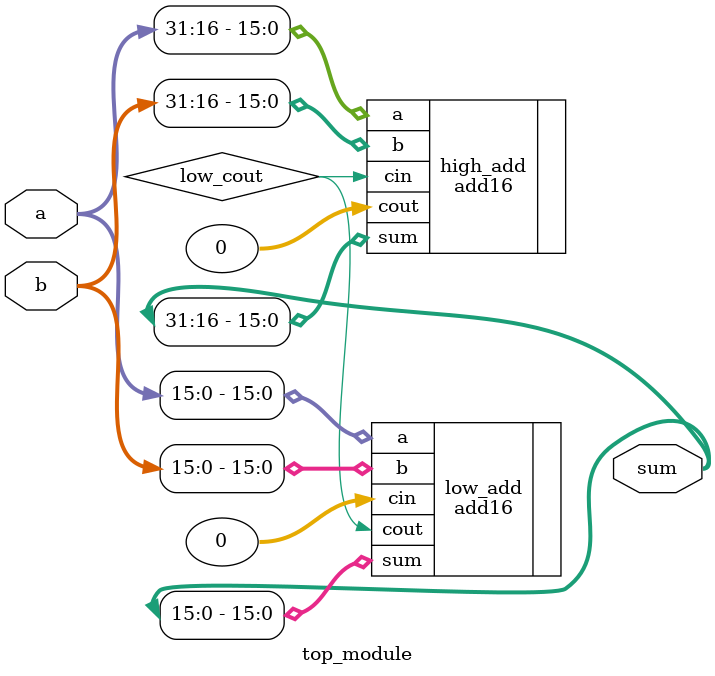
<source format=sv>

module top_module (
    input  [31:0] a,
    input  [31:0] b,
    output [31:0] sum
);
  wire low_cout;
  add16 low_add (
      .a(a[15:0]),
      .b(b[15:0]),
      .cin(0),
      .sum(sum[15:0]),
      .cout(low_cout)
  );
  add16 high_add (
      .a(a[31:16]),
      .b(b[31:16]),
      .cin(low_cout),
      .sum(sum[31:16]),
      .cout(0)
  );
endmodule

</source>
